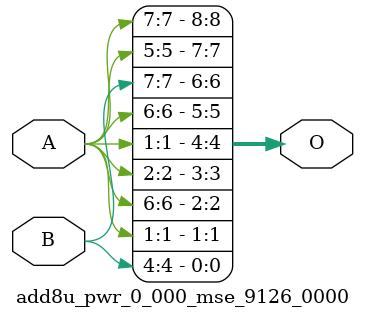
<source format=v>
/***
* This code is a part of EvoApproxLib library (ehw.fit.vutbr.cz/approxlib) distributed under The MIT License.
* When used, please cite the following article(s):  
* This file contains a circuit from a sub-set of pareto optimal circuits with respect to the pwr and mse parameters
***/

// bdd_sift/bw_8/conf_core_0_mae_000103/run.00000.chr
module add8u_pwr_0_000_mse_9126_0000(A, B, O);
  input [7:0] A, B;
  output [8:0] O;
  assign O[1] = A[1];
  assign O[5] = A[6];
  assign O[0] = B[4]; // default output
  assign O[2] = A[6]; // default output
  assign O[3] = A[2]; // default output
  assign O[4] = O[1]; // default output
  assign O[6] = B[7]; // default output
  assign O[7] = A[5]; // default output
  assign O[8] = A[7]; // default output
endmodule


// internal reference: cgp-add-bdd.08.add8u_pwr_0_000_mse_9126_0000


</source>
